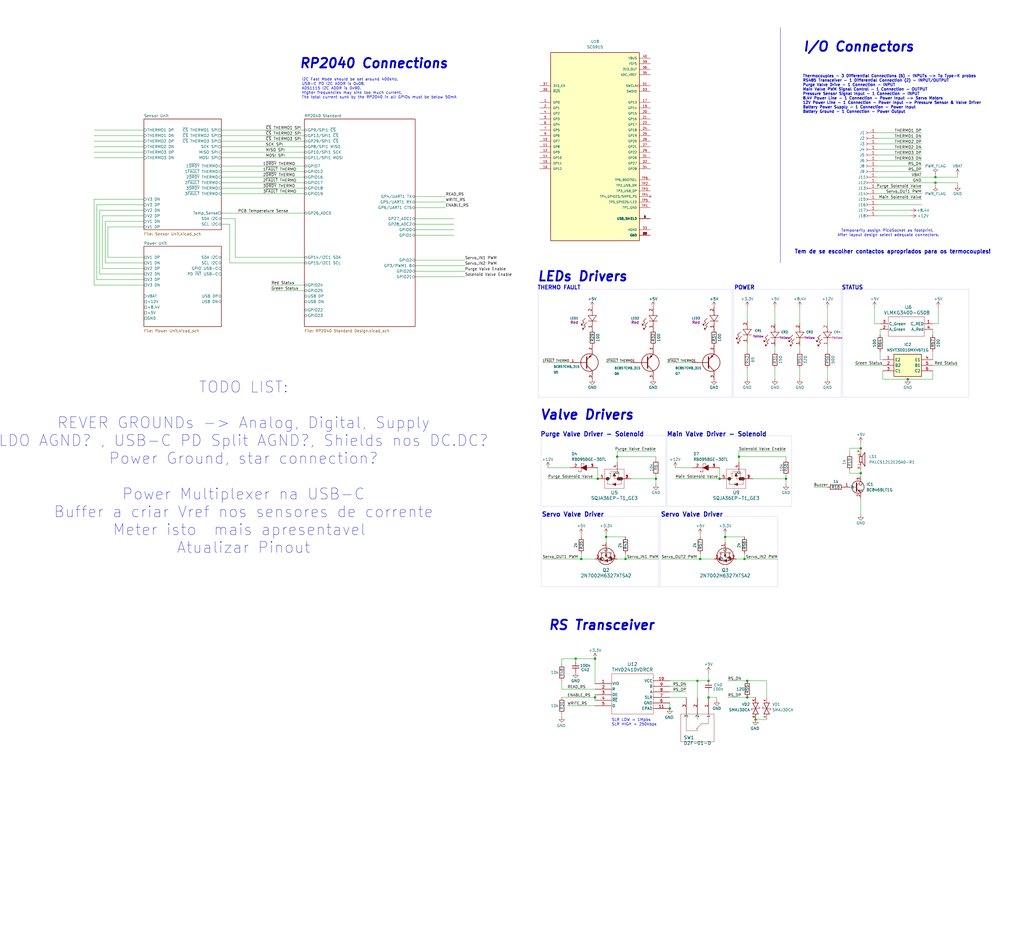
<source format=kicad_sch>
(kicad_sch (version 20250114) (generator "eeschema") (generator_version "9.0")
  (paper "User" 469.9 431.8)
  (title_block (title "Temperature & Valve Control System") (date "2025-02-20") (company "Porto Space Team") (comment 1 "Miguel Amorim") (comment 2 "Miguel Leite") (comment 3 "Rafael Novais") (comment 4 "Teresa Monteiro"))
  (rectangle (start 386.715 132.715) (end 444.5 182.245) (stroke (width 0) (type dot)))
  (rectangle (start 306.07 200.025) (end 363.22 232.41) (stroke (width 0) (type dot)))
  (rectangle (start 302.895 236.855) (end 356.87 269.24) (stroke (width 0) (type dot)))
  (rectangle (start 336.55 132.715) (end 386.08 182.245) (stroke (width 0) (type dot)))
  (rectangle (start 248.285 200.025) (end 305.435 232.41) (stroke (width 0) (type dot)))
  (rectangle (start 247.015 132.715) (end 335.915 182.245) (stroke (width 0) (type dot)))
  (rectangle (start 248.285 236.855) (end 302.26 269.24) (stroke (width 0) (type dot)))
  (text "RS Transceiver" (at 251.46 287.02 0) (effects (font (size 4.318 4.318) (thickness 0.8636) (bold yes) (italic yes)) (justify left)))
  (text "Servo Valve Driver" (at 262.89 236.22 0) (effects (font (size 2.032 2.032) (thickness 0.4064) (bold yes))))
  (text "RP2040 Connections" (at 137.16 29.21 0) (effects (font (size 4.318 4.318) (thickness 0.8636) (bold yes) (italic yes)) (justify left)))
  (text "POWER" (at 341.63 132.08 0) (effects (font (size 1.778 1.778) (thickness 0.3556) (bold yes))))
  (text "I2C Fast Mode should be set around 400kHz.\nUSB-C PD I2C ADDR is 0x08.\nADS1115 I2C ADDR is 0x90.\nHigher frequencies may sink too much current.\nThe total current sunk by the RP2040 in all GPIOs must be below 50mA" (at 138.43 40.64 0) (effects (font (size 1.27 1.27)) (justify left)))
  (text "Tem de se escolher contactos apropriados para os termocouples!" (at 364.49 115.57 0) (effects (font (size 1.778 1.778) (thickness 0.3556) (bold yes)) (justify left)))
  (text "Valve Drivers" (at 247.65 190.5 0) (effects (font (size 4.318 4.318) (thickness 0.8636) (bold yes) (italic yes)) (justify left)))
  (text "Temporarily assign PicoSocket as footprint. \nAfter layout design select adequate connectors.\n " (at 407.67 107.95 0) (effects (font (size 1.27 1.27))))
  (text "LEDs Drivers" (at 246.38 127 0) (effects (font (size 4.318 4.318) (thickness 0.8636) (bold yes) (italic yes)) (justify left)))
  (text "SLR LOW = 1Mpbs\nSLR HIGH = 250kbps\n" (at 280.67 331.47 0) (effects (font (size 1.27 1.27)) (justify left)))
  (text "THERMO FAULT" (at 256.54 132.08 0) (effects (font (size 1.778 1.778) (thickness 0.3556) (bold yes))))
  (text "TODO LIST:\n\nREVER GROUNDs -> Analog, Digital, Supply\nLDO AGND? , USB-C PD Split AGND?, Shields nos DC.DC?\nPower Ground, star connection?\n\nPower Multiplexer na USB-C\nBuffer a criar Vref nos sensores de corrente\nMeter isto  mais apresentavel \nAtualizar Pinout" (at 111.76 214.63 0) (effects (font (size 5.08 5.08))))
  (text "Purge Valve Driver - Solenoid" (at 271.78 199.39 0) (effects (font (size 2.032 2.032) (thickness 0.4064) (bold yes))))
  (text "STATUS" (at 391.16 132.08 0) (effects (font (size 1.778 1.778) (thickness 0.3556) (bold yes))))
  (text "Main Valve Driver - Solenoid" (at 328.93 199.39 0) (effects (font (size 2.032 2.032) (thickness 0.4064) (bold yes))))
  (text "Servo Valve Driver" (at 317.5 236.22 0) (effects (font (size 2.032 2.032) (thickness 0.4064) (bold yes))))
  (text "Thermocouples - 3 Differential Connections (6) - INPUTs -> To Type-K probes\nRS485 Transceiver - 1 Differential Connection (2) - INPUT/OUTPUT \nPurge Valve Drive - 1 Connection - INPUT\nMain Valve PWM Signal Control - 1 Connection - OUTPUT\nPressure Sensor Signal Input - 1 Connection - INPUT\n8.4V Power Line - 1 Connection - Power Input -> Servo Motors\n12V Power Line - 1 Connection - Power Input -> Pressure Sensor & Valve Driver\nBattery Power Supply - 1 Connection - Power Input\nBattery Ground - 1 Connection - Power Output" (at 368.3 43.18 0) (effects (font (size 1.27 1.27) (thickness 0.254) (bold yes)) (justify left)))
  (text "I/O Connectors" (at 368.3 21.59 0) (effects (font (size 4.318 4.318) (thickness 0.8636) (bold yes) (italic yes)) (justify left)))
  (junction (at 273.05 320.04))
  (junction (at 300.99 219.71))
  (junction (at 274.32 219.71))
  (junction (at 394.97 205.74))
  (junction (at 429.26 83.82))
  (junction (at 325.12 320.04))
  (junction (at 360.68 219.71))
  (junction (at 321.31 256.54))
  (junction (at 278.13 246.38))
  (junction (at 325.12 312.42))
  (junction (at 264.16 302.26))
  (junction (at 320.04 312.42))
  (junction (at 429.26 81.28))
  (junction (at 394.97 217.17))
  (junction (at 339.09 209.55))
  (junction (at 416.56 173.99))
  (junction (at 332.74 246.38))
  (junction (at 330.2 219.71))
  (junction (at 287.02 256.54))
  (junction (at 283.21 209.55))
  (junction (at 346.71 330.2))
  (junction (at 273.05 302.26))
  (junction (at 342.9 320.04))
  (junction (at 307.34 325.12))
  (junction (at 342.9 312.42))
  (junction (at 266.7 256.54))
  (junction (at 341.63 256.54))
  (wire (pts (xy 402.59 91.44) (xy 422.91 91.44)))
  (wire (pts (xy 346.71 330.2) (xy 351.79 330.2)))
  (wire (pts (xy 401.32 148.59) (xy 403.86 148.59)))
  (wire (pts (xy 389.89 215.9) (xy 389.89 217.17)))
  (wire (pts (xy 278.13 246.38) (xy 278.13 248.92)))
  (wire (pts (xy 392.43 167.64) (xy 405.13 167.64)))
  (wire (pts (xy 360.68 207.01) (xy 339.09 207.01)))
  (wire (pts (xy 278.13 246.38) (xy 287.02 246.38)))
  (wire (pts (xy 101.6 102.87) (xy 105.41 102.87)))
  (wire (pts (xy 389.89 208.28) (xy 389.89 205.74)))
  (wire (pts (xy 208.28 105.41) (xy 190.5 105.41)))
  (wire (pts (xy 101.6 64.77) (xy 139.7 64.77)))
  (wire (pts (xy 264.16 302.26) (xy 264.16 303.53)))
  (wire (pts (xy 107.95 118.11) (xy 139.7 118.11)))
  (wire (pts (xy 307.34 312.42) (xy 320.04 312.42)))
  (wire (pts (xy 44.45 93.98) (xy 66.04 93.98)))
  (wire (pts (xy 403.86 151.13) (xy 403.86 153.67)))
  (wire (pts (xy 300.99 218.44) (xy 300.99 219.71)))
  (wire (pts (xy 402.59 93.98) (xy 422.91 93.98)))
  (wire (pts (xy 402.59 88.9) (xy 422.91 88.9)))
  (wire (pts (xy 427.99 167.64) (xy 439.42 167.64)))
  (wire (pts (xy 66.04 104.14) (xy 49.53 104.14)))
  (wire (pts (xy 283.21 209.55) (xy 283.21 212.09)))
  (wire (pts (xy 430.53 140.97) (xy 430.53 148.59)))
  (wire (pts (xy 264.16 302.26) (xy 273.05 302.26)))
  (wire (pts (xy 303.53 256.54) (xy 321.31 256.54)))
  (wire (pts (xy 46.99 99.06) (xy 66.04 99.06)))
  (wire (pts (xy 66.04 123.19) (xy 46.99 123.19)))
  (wire (pts (xy 403.86 165.1) (xy 405.13 165.1)))
  (wire (pts (xy 48.26 120.65) (xy 48.26 101.6)))
  (wire (pts (xy 334.01 320.04) (xy 342.9 320.04)))
  (wire (pts (xy 321.31 256.54) (xy 327.66 256.54)))
  (wire (pts (xy 360.68 219.71) (xy 360.68 222.25)))
  (wire (pts (xy 342.9 157.48) (xy 342.9 161.29)))
  (wire (pts (xy 287.02 254) (xy 287.02 256.54)))
  (wire (pts (xy 283.21 209.55) (xy 300.99 209.55)))
  (wire (pts (xy 405.13 173.99) (xy 416.56 173.99)))
  (wire (pts (xy 287.02 256.54) (xy 302.26 256.54)))
  (wire (pts (xy 101.6 100.33) (xy 107.95 100.33)))
  (wire (pts (xy 307.34 317.5) (xy 314.96 317.5)))
  (wire (pts (xy 66.04 91.44) (xy 43.18 91.44)))
  (wire (pts (xy 389.89 217.17) (xy 394.97 217.17)))
  (wire (pts (xy 345.44 219.71) (xy 360.68 219.71)))
  (wire (pts (xy 101.6 69.85) (xy 139.7 69.85)))
  (wire (pts (xy 266.7 254) (xy 266.7 256.54)))
  (wire (pts (xy 43.18 59.69) (xy 66.04 59.69)))
  (wire (pts (xy 337.82 256.54) (xy 341.63 256.54)))
  (wire (pts (xy 300.99 209.55) (xy 300.99 210.82)))
  (wire (pts (xy 394.97 215.9) (xy 394.97 217.17)))
  (wire (pts (xy 190.5 119.38) (xy 213.36 119.38)))
  (wire (pts (xy 402.59 99.06) (xy 417.83 99.06)))
  (wire (pts (xy 101.6 83.82) (xy 139.7 83.82)))
  (wire (pts (xy 355.6 158.75) (xy 355.6 161.29)))
  (wire (pts (xy 273.05 302.26) (xy 273.05 313.69)))
  (wire (pts (xy 427.99 151.13) (xy 427.99 153.67)))
  (wire (pts (xy 427.99 161.29) (xy 427.99 165.1)))
  (wire (pts (xy 422.91 60.96) (xy 402.59 60.96)))
  (wire (pts (xy 342.9 168.91) (xy 342.9 173.99)))
  (wire (pts (xy 309.88 219.71) (xy 330.2 219.71)))
  (wire (pts (xy 289.56 219.71) (xy 300.99 219.71)))
  (wire (pts (xy 355.6 140.97) (xy 355.6 148.59)))
  (wire (pts (xy 278.13 166.37) (xy 289.56 166.37)))
  (wire (pts (xy 46.99 123.19) (xy 46.99 99.06)))
  (wire (pts (xy 328.93 320.04) (xy 328.93 321.31)))
  (wire (pts (xy 43.18 64.77) (xy 66.04 64.77)))
  (wire (pts (xy 260.35 323.85) (xy 273.05 323.85)))
  (wire (pts (xy 213.36 121.92) (xy 190.5 121.92)))
  (wire (pts (xy 325.12 308.61) (xy 325.12 312.42)))
  (wire (pts (xy 283.21 256.54) (xy 287.02 256.54)))
  (wire (pts (xy 278.13 245.11) (xy 278.13 246.38)))
  (wire (pts (xy 402.59 76.2) (xy 422.91 76.2)))
  (wire (pts (xy 101.6 97.79) (xy 139.7 97.79)))
  (wire (pts (xy 257.81 316.23) (xy 273.05 316.23)))
  (wire (pts (xy 101.6 78.74) (xy 139.7 78.74)))
  (wire (pts (xy 306.07 166.37) (xy 317.5 166.37)))
  (wire (pts (xy 416.56 173.99) (xy 427.99 173.99)))
  (wire (pts (xy 45.72 125.73) (xy 45.72 96.52)))
  (wire (pts (xy 422.91 68.58) (xy 402.59 68.58)))
  (wire (pts (xy 101.6 59.69) (xy 139.7 59.69)))
  (wire (pts (xy 439.42 80.01) (xy 439.42 81.28)))
  (wire (pts (xy 101.6 88.9) (xy 139.7 88.9)))
  (wire (pts (xy 43.18 62.23) (xy 66.04 62.23)))
  (wire (pts (xy 339.09 207.01) (xy 339.09 209.55)))
  (wire (pts (xy 321.31 245.11) (xy 321.31 246.38)))
  (wire (pts (xy 429.26 83.82) (xy 429.26 85.09)))
  (wire (pts (xy 139.7 133.35) (xy 124.46 133.35)))
  (wire (pts (xy 330.2 219.71) (xy 330.2 214.63)))
  (wire (pts (xy 355.6 168.91) (xy 355.6 173.99)))
  (wire (pts (xy 394.97 217.17) (xy 394.97 218.44)))
  (wire (pts (xy 379.73 173.99) (xy 379.73 168.91)))
  (wire (pts (xy 251.46 214.63) (xy 261.62 214.63)))
  (wire (pts (xy 427.99 173.99) (xy 427.99 170.18)))
  (wire (pts (xy 320.04 312.42) (xy 325.12 312.42)))
  (wire (pts (xy 320.04 312.42) (xy 320.04 320.04)))
  (wire (pts (xy 190.5 92.71) (xy 204.47 92.71)))
  (wire (pts (xy 325.12 320.04) (xy 328.93 320.04)))
  (wire (pts (xy 257.81 302.26) (xy 257.81 304.8)))
  (wire (pts (xy 394.97 228.6) (xy 394.97 236.22)))
  (wire (pts (xy 342.9 140.97) (xy 342.9 147.32)))
  (wire (pts (xy 190.5 100.33) (xy 208.28 100.33)))
  (wire (pts (xy 334.01 312.42) (xy 342.9 312.42)))
  (wire (pts (xy 307.34 320.04) (xy 314.96 320.04)))
  (wire (pts (xy 360.68 209.55) (xy 360.68 210.82)))
  (wire (pts (xy 107.95 100.33) (xy 107.95 118.11)))
  (wire (pts (xy 403.86 161.29) (xy 403.86 165.1)))
  (wire (pts (xy 273.05 318.77) (xy 273.05 320.04)))
  (wire (pts (xy 367.03 158.75) (xy 367.03 161.29)))
  (wire (pts (xy 332.74 245.11) (xy 332.74 246.38)))
  (wire (pts (xy 402.59 86.36) (xy 422.91 86.36)))
  (wire (pts (xy 379.73 158.75) (xy 379.73 161.29)))
  (wire (pts (xy 213.36 124.46) (xy 190.5 124.46)))
  (wire (pts (xy 101.6 81.28) (xy 139.7 81.28)))
  (wire (pts (xy 273.05 320.04) (xy 273.05 321.31)))
  (wire (pts (xy 402.59 78.74) (xy 422.91 78.74)))
  (wire (pts (xy 105.41 120.65) (xy 139.7 120.65)))
  (wire (pts (xy 283.21 207.01) (xy 283.21 209.55)))
  (wire (pts (xy 105.41 102.87) (xy 105.41 120.65)))
  (wire (pts (xy 43.18 69.85) (xy 66.04 69.85)))
  (wire (pts (xy 251.46 219.71) (xy 274.32 219.71)))
  (wire (pts (xy 213.36 127) (xy 190.5 127)))
  (wire (pts (xy 139.7 130.81) (xy 124.46 130.81)))
  (wire (pts (xy 257.81 327.66) (xy 257.81 328.93)))
  (wire (pts (xy 101.6 62.23) (xy 139.7 62.23)))
  (wire (pts (xy 341.63 256.54) (xy 356.87 256.54)))
  (wire (pts (xy 309.88 214.63) (xy 317.5 214.63)))
  (wire (pts (xy 367.03 168.91) (xy 367.03 173.99)))
  (wire (pts (xy 257.81 320.04) (xy 273.05 320.04)))
  (wire (pts (xy 339.09 209.55) (xy 339.09 212.09)))
  (wire (pts (xy 66.04 125.73) (xy 45.72 125.73)))
  (wire (pts (xy 342.9 320.04) (xy 346.71 320.04)))
  (wire (pts (xy 379.73 140.97) (xy 379.73 148.59)))
  (wire (pts (xy 43.18 72.39) (xy 66.04 72.39)))
  (wire (pts (xy 43.18 67.31) (xy 66.04 67.31)))
  (wire (pts (xy 300.99 207.01) (xy 283.21 207.01)))
  (wire (pts (xy 367.03 140.97) (xy 367.03 148.59)))
  (wire (pts (xy 422.91 63.5) (xy 402.59 63.5)))
  (wire (pts (xy 402.59 81.28) (xy 429.26 81.28)))
  (wire (pts (xy 360.68 218.44) (xy 360.68 219.71)))
  (wire (pts (xy 429.26 81.28) (xy 439.42 81.28)))
  (wire (pts (xy 190.5 102.87) (xy 208.28 102.87)))
  (wire (pts (xy 190.5 107.95) (xy 208.28 107.95)))
  (wire (pts (xy 49.53 118.11) (xy 66.04 118.11)))
  (wire (pts (xy 422.91 66.04) (xy 402.59 66.04)))
  (wire (pts (xy 101.6 86.36) (xy 139.7 86.36)))
  (wire (pts (xy 300.99 219.71) (xy 300.99 222.25)))
  (wire (pts (xy 401.32 140.97) (xy 401.32 148.59)))
  (wire (pts (xy 266.7 245.11) (xy 266.7 246.38)))
  (wire (pts (xy 45.72 96.52) (xy 66.04 96.52)))
  (wire (pts (xy 307.34 322.58) (xy 307.34 325.12)))
  (wire (pts (xy 257.81 312.42) (xy 257.81 316.23)))
  (wire (pts (xy 429.26 83.82) (xy 439.42 83.82)))
  (wire (pts (xy 341.63 254) (xy 341.63 256.54)))
  (wire (pts (xy 373.38 223.52) (xy 379.73 223.52)))
  (wire (pts (xy 48.26 101.6) (xy 66.04 101.6)))
  (wire (pts (xy 190.5 90.17) (xy 204.47 90.17)))
  (wire (pts (xy 101.6 72.39) (xy 139.7 72.39)))
  (wire (pts (xy 248.92 256.54) (xy 266.7 256.54)))
  (polyline (pts (xy 358.14 12.7) (xy 358.14 120.65)))
  (wire (pts (xy 394.97 203.2) (xy 394.97 205.74)))
  (wire (pts (xy 43.18 130.81) (xy 66.04 130.81)))
  (wire (pts (xy 274.32 219.71) (xy 274.32 214.63)))
  (wire (pts (xy 248.92 166.37) (xy 261.62 166.37)))
  (wire (pts (xy 325.12 317.5) (xy 325.12 320.04)))
  (wire (pts (xy 422.91 73.66) (xy 402.59 73.66)))
  (wire (pts (xy 49.53 104.14) (xy 49.53 118.11)))
  (wire (pts (xy 66.04 120.65) (xy 48.26 120.65)))
  (wire (pts (xy 402.59 83.82) (xy 429.26 83.82)))
  (wire (pts (xy 332.74 246.38) (xy 332.74 248.92)))
  (wire (pts (xy 204.47 95.25) (xy 190.5 95.25)))
  (wire (pts (xy 307.34 314.96) (xy 314.96 314.96)))
  (wire (pts (xy 351.79 312.42) (xy 351.79 320.04)))
  (wire (pts (xy 266.7 256.54) (xy 273.05 256.54)))
  (wire (pts (xy 43.18 91.44) (xy 43.18 130.81)))
  (wire (pts (xy 44.45 128.27) (xy 44.45 93.98)))
  (wire (pts (xy 389.89 205.74) (xy 394.97 205.74)))
  (wire (pts (xy 402.59 71.12) (xy 422.91 71.12)))
  (wire (pts (xy 439.42 83.82) (xy 439.42 85.09)))
  (wire (pts (xy 402.59 96.52) (xy 417.83 96.52)))
  (wire (pts (xy 342.9 312.42) (xy 351.79 312.42)))
  (wire (pts (xy 101.6 67.31) (xy 139.7 67.31)))
  (wire (pts (xy 429.26 80.01) (xy 429.26 81.28)))
  (wire (pts (xy 427.99 148.59) (xy 430.53 148.59)))
  (wire (pts (xy 257.81 302.26) (xy 264.16 302.26)))
  (wire (pts (xy 405.13 170.18) (xy 405.13 173.99)))
  (wire (pts (xy 339.09 209.55) (xy 360.68 209.55)))
  (wire (pts (xy 101.6 76.2) (xy 139.7 76.2)))
  (wire (pts (xy 321.31 254) (xy 321.31 256.54)))
  (wire (pts (xy 332.74 246.38) (xy 341.63 246.38)))
  (wire (pts (xy 66.04 128.27) (xy 44.45 128.27)))
  (label "Red Status" (at 124.46 130.81 0))
  (label "3~{DRDY} THERMO" (at 120.65 86.36 0))
  (label "ENABLE_RS" (at 260.35 320.04 0))
  (label "RS_DN" (at 334.01 312.42 0))
  (label "Servo_IN1 PWM" (at 302.26 256.54 180))
  (label "Servo_OUT1 PWM" (at 422.91 88.9 180))
  (label "Main Solenoid Valve" (at 309.88 219.71 0))
  (label "Servo_OUT1 PWM" (at 248.92 256.54 0))
  (label "WRITE_RS" (at 260.35 323.85 0))
  (label "THERMO1 DP" (at 422.91 60.96 180))
  (label "~{CS} THERMO2 SPI" (at 121.92 62.23 0))
  (label "PCB Temperature Sense" (at 109.22 97.79 0))
  (label "Purge Solenoid Valve" (at 422.91 86.36 180))
  (label "Solenoid Valve Enable" (at 213.36 127 0))
  (label "MOSI SPI" (at 121.92 72.39 0))
  (label "~{CS} THERMO3 SPI" (at 121.92 64.77 0))
  (label "RS_DN" (at 314.96 314.96 180))
  (label "RS_DP" (at 314.96 317.5 180))
  (label "READ_RS" (at 260.35 316.23 0))
  (label "Main Solenoid Valve" (at 422.91 91.44 180))
  (label "RS_DN" (at 422.91 76.2 180))
  (label "Solenoid Valve Enable" (at 360.68 207.01 180))
  (label "RS_DP" (at 334.01 320.04 0))
  (label "3~{FAULT} THERMO" (at 120.65 88.9 0))
  (label "THERMO2 DP" (at 422.91 66.04 180))
  (label "MISO SPI" (at 121.92 69.85 0))
  (label "Purge Solenoid Valve" (at 251.46 219.71 0))
  (label "SCK SPI" (at 121.92 67.31 0))
  (label "READ_RS" (at 204.47 90.17 0))
  (label "Purge Valve Enable" (at 213.36 124.46 0))
  (label "THERMO3 DN" (at 422.91 73.66 180))
  (label "Purge Valve Enable" (at 300.99 207.01 180))
  (label "ENABLE_RS" (at 204.47 95.25 0))
  (label "Red Status" (at 439.42 167.64 180))
  (label "Servo_IN2 PWM" (at 213.36 121.92 0))
  (label "Servo_IN2 PWM" (at 356.87 256.54 180))
  (label "Green Status" (at 124.46 133.35 0))
  (label "Servo_IN1 PWM" (at 213.36 119.38 0))
  (label "2~{DRDY} THERMO" (at 120.65 81.28 0))
  (label "1~{DRDY} THERMO" (at 120.65 76.2 0))
  (label "Servo_OUT2 PWM" (at 303.53 256.54 0))
  (label "GND" (at 422.91 83.82 180))
  (label "THERMO3 DP" (at 422.91 71.12 180))
  (label "Green Status" (at 392.43 167.64 0))
  (label "~{CS} THERMO1 SPI" (at 121.92 59.69 0))
  (label "VBAT" (at 422.91 81.28 180))
  (label "WRITE_RS" (at 204.47 92.71 0))
  (label "1~{FAULT} THERMO" (at 248.92 166.37 0) (effects (font (size 1.016 1.016))))
  (label "2~{FAULT} THERMO" (at 278.13 166.37 0) (effects (font (size 1.016 1.016))))
  (label "RS_DP" (at 422.91 78.74 180))
  (label "2~{FAULT} THERMO" (at 120.65 83.82 0))
  (label "Buzzer" (at 373.38 223.52 0))
  (label "THERMO1 DN" (at 422.91 63.5 180))
  (label "3~{FAULT} THERMO" (at 306.07 166.37 0) (effects (font (size 1.016 1.016))))
  (label "1~{FAULT} THERMO" (at 120.65 78.74 0))
  (label "THERMO2 DN" (at 422.91 68.58 180))
  (symbol (lib_id "VLMS1500-GS08:VLMS1500-GS08") (at 271.78 140.97 90) (mirror x) (unit 1)
    (property "Reference" "LED1" (at 265.43 146.0499 90) (effects (font (size 1.016 1.016)) (justify left)))
    (property "Value" "VLMS1500-GS08" (effects (hide yes)))
    (property "Footprint" "LED-Red_VLMS1500-GS08:LED_00-GS08_VIS_RED" (effects (hide yes)))
    (property "Datasheet" "VLMS1500-GS08" (effects (hide yes)))
    (property "Description" "Red" (at 263.525 147.955 90))
  )
  (symbol (lib_id "power:GND") (at 299.72 173.99 0) (unit 1)
    (property "Reference" "#PWR0112" (effects (hide yes)))
    (property "Value" "GND" (at 299.72 177.8 0))
    (property "Description" "Power symbol creates a global label with name \"GND\" , ground" (effects (hide yes)))
  )
  (symbol (lib_id "power:GND") (at 355.6 173.99 0) (unit 1)
    (property "Reference" "#PWR080" (effects (hide yes)))
    (property "Value" "GND" (at 355.6 177.8 0))
    (property "Description" "Power symbol creates a global label with name \"GND\" , ground" (effects (hide yes)))
  )
  (symbol (lib_id "SC0915:SC0915") (at 273.05 67.31 0) (unit 1)
    (property "Reference" "U18" (at 273.05 19.05 0))
    (property "Value" "SC0915" (at 273.05 21.59 0))
    (property "Footprint" "SC0915 (RP2040):MODULE_SC0915" (effects (hide yes)))
    (property "MF" "Raspberry Pi" (effects (hide yes)))
    (property "Description_1" "Raspberry Pi Pico Embedded Dev Module | Raspberry Pi SC0915" (effects (hide yes)))
    (property "Package" "None" (effects (hide yes)))
    (property "Price" "None" (effects (hide yes)))
    (property "Check_prices" "https://www.snapeda.com/parts/SC0915/Raspberry+Pi/view-part/?ref=eda" (effects (hide yes)))
    (property "STANDARD" "Manufacturer Recommendations" (effects (hide yes)))
    (property "PARTREV" "1.9" (effects (hide yes)))
    (property "SnapEDA_Link" "https://www.snapeda.com/parts/SC0915/Raspberry+Pi/view-part/?ref=snap" (effects (hide yes)))
    (property "MP" "SC0915" (effects (hide yes)))
    (property "MANUFACTURER" "Pi Supply" (effects (hide yes)))
    (property "Availability" "In Stock" (effects (hide yes)))
    (property "SNAPEDA_PN" "SC0915" (effects (hide yes)))
  )
  (symbol (lib_id "Device:R") (at 342.9 316.23 0) (unit 1)
    (property "Reference" "R55" (at 342.9 318.135 90) (effects (justify left)))
    (property "Value" "120" (at 337.82 316.23 0) (effects (justify left)))
    (property "Footprint" "Resistor-0603:RES_0603" (effects (hide yes)))
    (property "Description" "Resistor" (effects (hide yes)))
  )
  (symbol (lib_id "PKLCS1212E20A0-R1:PKLCS1212E20A0-R1") (at 394.97 210.82 0) (unit 1)
    (property "Reference" "LS1" (at 398.78 209.5499 0) (effects (justify left)))
    (property "Value" "PKLCS1212E20A0-R1" (at 398.78 212.0899 0) (effects (justify left)))
    (property "Footprint" "PKLCS1212E20A0-R1:PKLCS1212E20A0-R1" (effects (hide yes)))
    (property "MF" "Murata" (effects (hide yes)))
    (property "MAXIMUM_PACKAGE_HEIGHT" "3.0 mm" (effects (hide yes)))
    (property "Package" "SMD-2 Murata" (effects (hide yes)))
    (property "Price" "None" (effects (hide yes)))
    (property "Check_prices" "https://www.snapeda.com/parts/PKLCS1212E20A0-R1/Murata/view-part/?ref=eda" (effects (hide yes)))
    (property "STANDARD" "Manufacturer Recommendations" (effects (hide yes)))
    (property "PARTREV" "January 22, 2018" (effects (hide yes)))
    (property "SnapEDA_Link" "https://www.snapeda.com/parts/PKLCS1212E20A0-R1/Murata/view-part/?ref=snap" (effects (hide yes)))
    (property "MP" "PKLCS1212E20A0-R1" (effects (hide yes)))
    (property "Description_1" "Buzzers Transducer, Externally Driven Piezo 1.5 V - 2kHz 70dB @ 1.5V, 10cm Surface Mount Solder Pads" (effects (hide yes)))
    (property "Availability" "In Stock" (effects (hide yes)))
    (property "MANUFACTURER" "Murata Electronics" (effects (hide yes)))
  )
  (symbol (lib_id "power:+5V") (at 325.12 308.61 0) (unit 1)
    (property "Reference" "#PWR032" (effects (hide yes)))
    (property "Value" "+5V" (at 325.12 304.8 0))
    (property "Description" "Power symbol creates a global label with name \"+5V\"" (effects (hide yes)))
  )
  (symbol (lib_id "power:PWR_FLAG") (at 429.26 85.09 180) (unit 1)
    (property "Reference" "#FLG03" (effects (hide yes)))
    (property "Value" "PWR_FLAG" (at 429.26 88.9 0))
    (property "Description" "Special symbol for telling ERC where power comes from" (effects (hide yes)))
  )
  (symbol (lib_id "power:GND") (at 346.71 330.2 0) (unit 1)
    (property "Reference" "#PWR038" (effects (hide yes)))
    (property "Value" "GND" (at 346.456 334.264 0))
    (property "Description" "Power symbol creates a global label with name \"GND\" , ground" (effects (hide yes)))
  )
  (symbol (lib_id "power:GND") (at 307.34 325.12 0) (unit 1)
    (property "Reference" "#PWR031" (effects (hide yes)))
    (property "Value" "GND" (at 307.086 329.184 0))
    (property "Description" "Power symbol creates a global label with name \"GND\" , ground" (effects (hide yes)))
  )
  (symbol (lib_id "power:+3.3V") (at 278.13 245.11 0) (unit 1)
    (property "Reference" "#PWR090" (effects (hide yes)))
    (property "Value" "+3.3V" (at 278.13 241.3 0))
    (property "Description" "Power symbol creates a global label with name \"+3.3V\"" (effects (hide yes)))
  )
  (symbol (lib_id "power:PWR_FLAG") (at 429.26 80.01 0) (unit 1)
    (property "Reference" "#FLG01" (effects (hide yes)))
    (property "Value" "PWR_FLAG" (at 429.26 76.2 0))
    (property "Description" "Special symbol for telling ERC where power comes from" (effects (hide yes)))
  )
  (symbol (lib_id "power:+3.3V") (at 342.9 140.97 0) (unit 1)
    (property "Reference" "#PWR0103" (effects (hide yes)))
    (property "Value" "+3.3V" (at 342.9 137.16 0))
    (property "Description" "Power symbol creates a global label with name \"+3.3V\"" (effects (hide yes)))
  )
  (symbol (lib_id "Device:R") (at 299.72 154.94 180) (unit 1)
    (property "Reference" "R32" (at 299.72 156.845 90) (effects (justify right)))
    (property "Value" "100" (at 302.26 156.845 90) (effects (justify right)))
    (property "Footprint" "Resistor-0402:RES_0402" (effects (hide yes)))
    (property "Description" "Resistor" (effects (hide yes)))
  )
  (symbol (lib_id "Connector:Conn_01x01_Socket") (at 397.51 99.06 180) (unit 1)
    (property "Reference" "J18" (at 395.605 99.06 0))
    (property "Value" "Conn_01x01_Socket" (effects (hide yes)))
    (property "Footprint" "Pico_Conn1x1:Pico_01pin" (effects (hide yes)))
    (property "Description" "Generic connector, single row, 01x01, script generated" (effects (hide yes)))
  )
  (symbol (lib_id "Device:R") (at 266.7 250.19 0) (unit 1)
    (property "Reference" "R35" (at 266.7 252.095 90) (effects (justify left)))
    (property "Value" "2k" (at 264.16 251.46 90) (effects (justify left)))
    (property "Footprint" "Resistor-0402:RES_0402" (effects (hide yes)))
    (property "Description" "Resistor" (effects (hide yes)))
  )
  (symbol (lib_id "Device:R") (at 403.86 157.48 0) (unit 1)
    (property "Reference" "R64" (at 403.86 155.575 90) (effects (justify right)))
    (property "Value" "100" (at 401.32 155.575 90) (effects (justify right)))
    (property "Footprint" "Resistor-0402:RES_0402" (effects (hide yes)))
    (property "Description" "Resistor" (effects (hide yes)))
  )
  (symbol (lib_id "Device:R") (at 383.54 223.52 270) (unit 1)
    (property "Reference" "R18" (at 385.445 223.52 90) (effects (justify right)))
    (property "Value" "1k" (at 384.81 220.98 90) (effects (justify right)))
    (property "Footprint" "Resistor-0402:RES_0402" (effects (hide yes)))
    (property "Description" "Resistor" (effects (hide yes)))
  )
  (symbol (lib_id "Connector:Conn_01x01_Socket") (at 397.51 71.12 180) (unit 1)
    (property "Reference" "J5" (at 395.605 71.12 0))
    (property "Value" "Conn_01x01_Socket" (effects (hide yes)))
    (property "Footprint" "Pico_Conn1x1:Pico_01pin" (effects (hide yes)))
    (property "Description" "Generic connector, single row, 01x01, script generated" (effects (hide yes)))
  )
  (symbol (lib_id "power:GND") (at 416.56 173.99 0) (unit 1)
    (property "Reference" "#PWR0129" (effects (hide yes)))
    (property "Value" "GND" (at 416.56 177.8 0))
    (property "Description" "Power symbol creates a global label with name \"GND\" , ground" (effects (hide yes)))
  )
  (symbol (lib_id "power:+5V") (at 271.78 140.97 0) (unit 1)
    (property "Reference" "#PWR039" (effects (hide yes)))
    (property "Value" "+5V" (at 271.78 137.16 0))
    (property "Description" "Power symbol creates a global label with name \"+5V\"" (effects (hide yes)))
  )
  (symbol (lib_id "BC857CMB_315:BC857CMB_315") (at 299.72 166.37 0) (mirror x) (unit 1)
    (property "Reference" "Q6" (at 281.94 171.45 0) (effects (font (size 1.016 1.016)) (justify left)))
    (property "Value" "BC857CMB_315" (at 281.94 168.91 0) (effects (font (size 1.016 1.016)) (justify left)))
    (property "Footprint" "PNP_BC857CMB_315:TRANS_PMZB550UNEYL" (effects (hide yes)))
  )
  (symbol (lib_id "Device:R") (at 379.73 165.1 180) (unit 1)
    (property "Reference" "R56" (at 379.73 167.005 90) (effects (justify right)))
    (property "Value" "500" (at 382.27 167.005 90) (effects (justify right)))
    (property "Footprint" "Resistor-0402:RES_0402" (effects (hide yes)))
    (property "Description" "Resistor" (effects (hide yes)))
  )
  (symbol (lib_id "Connector:Conn_01x01_Socket") (at 397.51 88.9 180) (unit 1)
    (property "Reference" "J14" (at 395.605 88.9 0))
    (property "Value" "Conn_01x01_Socket" (effects (hide yes)))
    (property "Footprint" "Pico_Conn1x1:Pico_01pin" (effects (hide yes)))
    (property "Description" "Generic connector, single row, 01x01, script generated" (effects (hide yes)))
  )
  (symbol (lib_id "power:+24V") (at 417.83 96.52 270) (unit 1)
    (property "Reference" "#PWR072" (effects (hide yes)))
    (property "Value" "+8.4V" (at 423.545 96.52 90))
    (property "Description" "Power symbol creates a global label with name \"+24V\"" (effects (hide yes)))
  )
  (symbol (lib_id "Device:R") (at 342.9 165.1 180) (unit 1)
    (property "Reference" "R42" (at 342.9 167.005 90) (effects (justify right)))
    (property "Value" "65" (at 345.44 166.37 90) (effects (justify right)))
    (property "Footprint" "Resistor-0402:RES_0402" (effects (hide yes)))
    (property "Description" "Resistor" (effects (hide yes)))
  )
  (symbol (lib_id "BC846BLT1G:BC846BLT1G") (at 387.35 223.52 0) (unit 1)
    (property "Reference" "IC1" (at 397.51 222.2499 0) (effects (justify left)))
    (property "Value" "BC846BLT1G" (at 397.51 224.7899 0) (effects (justify left)))
    (property "Footprint" "BJT NPN:SOT96P237X111-3N" (effects (hide yes)))
    (property "Datasheet" "https://www.onsemi.com/pub/Collateral/BC846ALT1-D.PDF" (effects (hide yes)))
    (property "Description" "Moisture Sensitivity Level: 1; ESD Rating - Human Body Model: >4000 V ESD Rating - Machine Model: >400 V; Pb-Free Packages are Available; S Prefix for Automotive and Other Applications Requiring Unique Site and Control Change Requirements; AEC-Q101 Qualified and PPAP Capable" (effects (hide yes)))
    (property "Height" "1.11" (effects (hide yes)))
    (property "Mouser Part Number" "863-BC846BLT1G" (effects (hide yes)))
    (property "Mouser Price/Stock" "https://www.mouser.co.uk/ProductDetail/onsemi/BC846BLT1G?qs=vNc2DXHODiJuwwGLruzsRg%3D%3D" (effects (hide yes)))
    (property "Manufacturer_Name" "onsemi" (effects (hide yes)))
    (property "Manufacturer_Part_Number" "BC846BLT1G" (effects (hide yes)))
  )
  (symbol (lib_id "power:VBUS") (at 439.42 80.01 0) (unit 1)
    (property "Reference" "#PWR0125" (effects (hide yes)))
    (property "Value" "VBAT" (at 439.42 76.2 0))
    (property "Description" "Power symbol creates a global label with name \"VBUS\"" (effects (hide yes)))
  )
  (symbol (lib_id "power:+24V") (at 417.83 99.06 270) (unit 1)
    (property "Reference" "#PWR0111" (effects (hide yes)))
    (property "Value" "+12V" (at 423.545 99.06 90))
    (property "Description" "Power symbol creates a global label with name \"+24V\"" (effects (hide yes)))
  )
  (symbol (lib_id "power:+5V") (at 266.7 245.11 0) (unit 1)
    (property "Reference" "#PWR073" (effects (hide yes)))
    (property "Value" "+5V" (at 266.7 241.3 0))
    (property "Description" "Power symbol creates a global label with name \"+5V\"" (effects (hide yes)))
  )
  (symbol (lib_id "power:GND") (at 342.9 173.99 0) (unit 1)
    (property "Reference" "#PWR098" (effects (hide yes)))
    (property "Value" "GND" (at 342.9 177.8 0))
    (property "Description" "Power symbol creates a global label with name \"GND\" , ground" (effects (hide yes)))
  )
  (symbol (lib_id "Device:R") (at 389.89 212.09 0) (unit 1)
    (property "Reference" "R19" (at 389.89 210.185 90) (effects (justify right)))
    (property "Value" "1k" (at 387.35 210.82 90) (effects (justify right)))
    (property "Footprint" "Resistor-0402:RES_0402" (effects (hide yes)))
    (property "Description" "Resistor" (effects (hide yes)))
  )
  (symbol (lib_id "Connector:Conn_01x01_Socket") (at 397.51 93.98 180) (unit 1)
    (property "Reference" "J16" (at 395.605 93.98 0))
    (property "Value" "Conn_01x01_Socket" (effects (hide yes)))
    (property "Footprint" "Pico_Conn1x1:Pico_01pin" (effects (hide yes)))
    (property "Description" "Generic connector, single row, 01x01, script generated" (effects (hide yes)))
  )
  (symbol (lib_id "Connector:Conn_01x01_Socket") (at 397.51 81.28 180) (unit 1)
    (property "Reference" "J11" (at 395.605 81.28 0))
    (property "Value" "Conn_01x01_Socket" (effects (hide yes)))
    (property "Footprint" "Pico_Conn1x1:Pico_01pin" (effects (hide yes)))
    (property "Description" "Generic connector, single row, 01x01, script generated" (effects (hide yes)))
  )
  (symbol (lib_id "power:GND") (at 328.93 321.31 0) (unit 1)
    (property "Reference" "#PWR033" (effects (hide yes)))
    (property "Value" "GND" (at 328.93 325.12 0))
    (property "Description" "Power symbol creates a global label with name \"GND\" , ground" (effects (hide yes)))
  )
  (symbol (lib_id "Device:R") (at 367.03 165.1 180) (unit 1)
    (property "Reference" "R54" (at 367.03 167.005 90) (effects (justify right)))
    (property "Value" "320" (at 369.57 167.005 90) (effects (justify right)))
    (property "Footprint" "Resistor-0402:RES_0402" (effects (hide yes)))
    (property "Description" "Resistor" (effects (hide yes)))
  )
  (symbol (lib_id "THVD2410VDRCR:THVD2410VDRCR") (at 284.48 316.23 0) (unit 1)
    (property "Reference" "U12" (at 290.195 304.8 0) (effects (font (size 1.524 1.524))))
    (property "Value" "THVD2410VDRCR" (at 290.195 307.34 0) (effects (font (size 1.524 1.524))))
    (property "Footprint" "VSON10_DRC_TEX" (effects (hide yes)))
    (property "Datasheet" "THVD2410VDRCR" (effects (hide yes)))
  )
  (symbol (lib_id "VLMY1300-GS08:VLMY1300-GS08") (at 342.9 147.32 90) (mirror x) (unit 1)
    (property "Reference" "CR1" (at 347.98 151.765 90) (effects (font (size 1.016 1.016))))
    (property "Value" "VLMY1300-GS08" (effects (hide yes)))
    (property "Footprint" "LED-Yellow_VLMY1300-GS08:LED_VISHAY_VLMX1300_VIS" (effects (hide yes)))
    (property "Datasheet" "VLMY1300-GS08" (effects (hide yes)))
    (property "Description" "Yellow" (at 347.98 154.305 90) (effects (font (size 1.016 1.016))))
  )
  (symbol (lib_id "power:+12V") (at 379.73 140.97 0) (unit 1)
    (property "Reference" "#PWR0102" (effects (hide yes)))
    (property "Value" "+12V" (at 379.73 137.16 0))
    (property "Description" "Power symbol creates a global label with name \"+12V\"" (effects (hide yes)))
  )
  (symbol (lib_id "Device:R") (at 257.81 308.61 0) (unit 1)
    (property "Reference" "R48" (at 257.81 310.515 90) (effects (justify left)))
    (property "Value" "10k" (at 252.73 308.61 0) (effects (justify left)))
    (property "Footprint" "Resistor-0402:RES_0402" (effects (hide yes)))
    (property "Description" "Resistor" (effects (hide yes)))
  )
  (symbol (lib_id "power:+5V") (at 299.72 140.97 0) (unit 1)
    (property "Reference" "#PWR0101" (effects (hide yes)))
    (property "Value" "+5V" (at 299.72 137.16 0))
    (property "Description" "Power symbol creates a global label with name \"+5V\"" (effects (hide yes)))
  )
  (symbol (lib_id "Device:R") (at 257.81 323.85 0) (unit 1)
    (property "Reference" "R30" (at 257.81 325.755 90) (effects (justify left)))
    (property "Value" "10k" (at 252.73 323.85 0) (effects (justify left)))
    (property "Footprint" "Resistor-0402:RES_0402" (effects (hide yes)))
    (property "Description" "Resistor" (effects (hide yes)))
  )
  (symbol (lib_id "NSVT30010MXV6T1G:NSVT30010MXV6T1G") (at 405.13 165.1 0) (unit 1)
    (property "Reference" "IC2" (at 416.56 158.115 0))
    (property "Value" "NSVT30010MXV6T1G" (at 416.56 160.655 0))
    (property "Footprint" "2 PNP:SOT-563_1P3X1P7_ONS" (effects (hide yes)))
    (property "Datasheet" "https://www.onsemi.com/pub/Collateral/NST30010MXV6-D.PDF" (effects (hide yes)))
    (property "Description" "Current Gain Matching to 10%; Base-Emitter Voltage Matched to 2 mV; Drop-In Replacement for Standard Device; These are Pb-Free Devices; S and NSV Prefix for Automotive and Other Applications Requiring Unique Site and Control Change Requirements; AEC-Q101 Qualified and PPAP Capable" (effects (hide yes)))
    (property "Height" "0.6" (effects (hide yes)))
    (property "Mouser Part Number" "863-NSVT30010MXV6T1G" (effects (hide yes)))
    (property "Mouser Price/Stock" "https://www.mouser.co.uk/ProductDetail/onsemi/NSVT30010MXV6T1G?qs=dchgzKpACvKgapfe7pOinw%3D%3D" (effects (hide yes)))
    (property "Manufacturer_Name" "onsemi" (effects (hide yes)))
    (property "Manufacturer_Part_Number" "NSVT30010MXV6T1G" (effects (hide yes)))
  )
  (symbol (lib_id "Connector:Conn_01x01_Socket") (at 397.51 73.66 180) (unit 1)
    (property "Reference" "J6" (at 395.605 73.66 0))
    (property "Value" "Conn_01x01_Socket" (effects (hide yes)))
    (property "Footprint" "Pico_Conn1x1:Pico_01pin" (effects (hide yes)))
    (property "Description" "Generic connector, single row, 01x01, script generated" (effects (hide yes)))
  )
  (symbol (lib_id "power:+5V") (at 401.32 140.97 0) (unit 1)
    (property "Reference" "#PWR0127" (effects (hide yes)))
    (property "Value" "+5V" (at 401.32 137.16 0))
    (property "Description" "Power symbol creates a global label with name \"+5V\"" (effects (hide yes)))
  )
  (symbol (lib_id "power:GND") (at 379.73 173.99 0) (unit 1)
    (property "Reference" "#PWR0100" (effects (hide yes)))
    (property "Value" "GND" (at 379.73 177.8 0))
    (property "Description" "Power symbol creates a global label with name \"GND\" , ground" (effects (hide yes)))
  )
  (symbol (lib_id "Connector:Conn_01x01_Socket") (at 397.51 66.04 180) (unit 1)
    (property "Reference" "J3" (at 395.605 66.04 0))
    (property "Value" "Conn_01x01_Socket" (effects (hide yes)))
    (property "Footprint" "Pico_Conn1x1:Pico_01pin" (effects (hide yes)))
    (property "Description" "Generic connector, single row, 01x01, script generated" (effects (hide yes)))
  )
  (symbol (lib_id "SQJA36EP-T1-GE3:SQJA36EP-T1_GE3") (at 340.36 215.9 90) (mirror x) (unit 1)
    (property "Reference" "U9" (at 337.82 226.06 90) (effects (font (size 1.524 1.524))))
    (property "Value" "SQJA36EP-T1_GE3" (at 337.82 228.6 90) (effects (font (size 1.524 1.524))))
    (property "Footprint" "SQJA36EP-T1-GE3:PowerPAK_SO-8L_3_VIS" (effects (hide yes)))
    (property "Datasheet" "SQJA36EP-T1_GE3" (effects (hide yes)))
  )
  (symbol (lib_id "power:+12V") (at 309.88 214.63 0) (mirror y) (unit 1)
    (property "Reference" "#PWR0130" (effects (hide yes)))
    (property "Value" "+12V" (at 309.753 210.82 0))
    (property "Description" "Power symbol creates a global label with name \"+12V\"" (effects (hide yes)))
  )
  (symbol (lib_id "power:GND") (at 360.68 222.25 0) (mirror y) (unit 1)
    (property "Reference" "#PWR0131" (effects (hide yes)))
    (property "Value" "GND" (at 360.68 226.06 0))
    (property "Description" "Power symbol creates a global label with name \"GND\" , ground" (effects (hide yes)))
  )
  (symbol (lib_id "power:GND") (at 264.16 308.61 0) (unit 1)
    (property "Reference" "#PWR035" (effects (hide yes)))
    (property "Value" "GND" (at 264.16 312.42 0))
    (property "Description" "Power symbol creates a global label with name \"GND\" , ground" (effects (hide yes)))
  )
  (symbol (lib_id "SMAJ30CA:SMAJ30CA") (at 351.79 326.39 90) (unit 1)
    (property "Reference" "VD1" (at 354.33 323.215 90) (effects (justify right)))
    (property "Value" "SMAJ30CA" (at 354.33 325.755 90) (effects (justify right)))
    (property "MF" "Littelfuse" (effects (hide yes)))
    (property "Description_1" "Diode TVS Bi-Dir 30V 400W DO214AC | Littelfuse SMAJ30CA" (effects (hide yes)))
    (property "Package" "DO-214 Bourns" (effects (hide yes)))
    (property "Price" "None" (effects (hide yes)))
    (property "SnapEDA_Link" "https://www.snapeda.com/parts/SMAJ30CA/Littelfuse/view-part/?ref=snap" (effects (hide yes)))
    (property "MP" "SMAJ30CA" (effects (hide yes)))
    (property "Availability" "In Stock" (effects (hide yes)))
    (property "Check_prices" "https://www.snapeda.com/parts/SMAJ30CA/Littelfuse/view-part/?ref=eda" (effects (hide yes)))
  )
  (symbol (lib_id "power:GND") (at 300.99 222.25 0) (mirror y) (unit 1)
    (property "Reference" "#PWR013" (effects (hide yes)))
    (property "Value" "GND" (at 300.99 226.06 0))
    (property "Description" "Power symbol creates a global label with name \"GND\" , ground" (effects (hide yes)))
  )
  (symbol (lib_id "Device:C_Small") (at 325.12 314.96 0) (unit 1)
    (property "Reference" "C40" (at 329.565 314.325 0))
    (property "Value" "100n" (at 329.565 316.23 0))
    (property "Footprint" "Capacitor-0402:Capacitor_0402" (effects (hide yes)))
    (property "Description" "Unpolarized capacitor, small symbol" (effects (hide yes)))
  )
  (symbol (lib_id "NMOS_2N7002:2N7002H6327XTSA2") (at 332.74 248.92 90) (mirror x) (unit 1)
    (property "Reference" "Q3" (at 332.74 261.62 90) (effects (font (size 1.524 1.524))))
    (property "Value" "2N7002H6327XTSA2" (at 332.74 264.16 90) (effects (font (size 1.524 1.524))))
    (property "Footprint" "NMOS_2N7002:PG-SOT23-3-5_INF_MIN" (effects (hide yes)))
    (property "Datasheet" "2N7002H6327XTSA2" (effects (hide yes)))
  )
  (symbol (lib_id "VLMS1500-GS08:VLMS1500-GS08") (at 299.72 140.97 90) (mirror x) (unit 1)
    (property "Reference" "LED2" (at 293.37 146.0499 90) (effects (font (size 1.016 1.016)) (justify left)))
    (property "Value" "VLMS1500-GS08" (effects (hide yes)))
    (property "Footprint" "LED-Red_VLMS1500-GS08:LED_00-GS08_VIS_RED" (effects (hide yes)))
    (property "Datasheet" "VLMS1500-GS08" (effects (hide yes)))
    (property "Description" "Red" (at 291.465 147.955 90))
  )
  (symbol (lib_id "power:GND") (at 394.97 236.22 0) (unit 1)
    (property "Reference" "#PWR023" (effects (hide yes)))
    (property "Value" "GND" (at 394.97 240.03 0))
    (property "Description" "Power symbol creates a global label with name \"GND\" , ground" (effects (hide yes)))
  )
  (symbol (lib_id "power:+5V") (at 367.03 140.97 0) (unit 1)
    (property "Reference" "#PWR088" (effects (hide yes)))
    (property "Value" "+8.4V" (at 367.03 137.16 0))
    (property "Description" "Power symbol creates a global label with name \"+5V\"" (effects (hide yes)))
  )
  (symbol (lib_id "BC857CMB_315:BC857CMB_315") (at 271.78 166.37 0) (mirror x) (unit 1)
    (property "Reference" "Q5" (at 254 170.815 0) (effects (font (size 1.016 1.016)) (justify left)))
    (property "Value" "BC857CMB_315" (at 254 168.275 0) (effects (font (size 1.016 1.016)) (justify left)))
    (property "Footprint" "PNP_BC857CMB_315:TRANS_PMZB550UNEYL" (effects (hide yes)))
  )
  (symbol (lib_id "NMOS_2N7002:2N7002H6327XTSA2") (at 278.13 248.92 90) (mirror x) (unit 1)
    (property "Reference" "Q2" (at 278.13 261.62 90) (effects (font (size 1.524 1.524))))
    (property "Value" "2N7002H6327XTSA2" (at 278.13 264.16 90) (effects (font (size 1.524 1.524))))
    (property "Footprint" "NMOS_2N7002:PG-SOT23-3-5_INF_MIN" (effects (hide yes)))
    (property "Datasheet" "2N7002H6327XTSA2" (effects (hide yes)))
  )
  (symbol (lib_id "power:GND") (at 439.42 85.09 0) (unit 1)
    (property "Reference" "#PWR0126" (effects (hide yes)))
    (property "Value" "GND" (at 439.42 88.9 0))
    (property "Description" "Power symbol creates a global label with name \"GND\" , ground" (effects (hide yes)))
  )
  (symbol (lib_id "power:+3.3V") (at 332.74 245.11 0) (unit 1)
    (property "Reference" "#PWR0157" (effects (hide yes)))
    (property "Value" "+3.3V" (at 332.74 241.3 0))
    (property "Description" "Power symbol creates a global label with name \"+3.3V\"" (effects (hide yes)))
  )
  (symbol (lib_id "Switch_D2F-01:D2F-01-D") (at 325.12 320.04 270) (unit 1)
    (property "Reference" "SW1" (at 313.69 338.455 90) (effects (font (size 1.524 1.524)) (justify left)))
    (property "Value" "D2F-01-D" (at 313.69 340.995 90) (effects (font (size 1.524 1.524)) (justify left)))
    (property "Footprint" "D2F-01-D_OMR" (effects (hide yes)))
    (property "Datasheet" "D2F-01-D" (effects (hide yes)))
  )
  (symbol (lib_id "Connector:Conn_01x01_Socket") (at 397.51 91.44 180) (unit 1)
    (property "Reference" "J15" (at 395.605 91.44 0))
    (property "Value" "Conn_01x01_Socket" (effects (hide yes)))
    (property "Footprint" "Pico_Conn1x1:Pico_01pin" (effects (hide yes)))
    (property "Description" "Generic connector, single row, 01x01, script generated" (effects (hide yes)))
  )
  (symbol (lib_id "Device:R") (at 287.02 250.19 0) (unit 1)
    (property "Reference" "R43" (at 287.02 252.095 90) (effects (justify left)))
    (property "Value" "2k" (at 284.48 251.46 90) (effects (justify left)))
    (property "Footprint" "Resistor-0402:RES_0402" (effects (hide yes)))
    (property "Description" "Resistor" (effects (hide yes)))
  )
  (symbol (lib_id "RB095BGE-30TL:RB095BGE-30TL") (at 330.2 214.63 180) (unit 1)
    (property "Reference" "D7" (at 318.135 208.28 0) (effects (justify right)))
    (property "Value" "RB095BGE-30TL" (at 318.135 210.82 0) (effects (justify right)))
    (property "Footprint" "SchottkyDiode-RB095BGE:RD3P175SNFRATL" (effects (hide yes)))
    (property "Datasheet" "https://fscdn.rohm.com/en/products/databook/datasheet/discrete/diode/schottky_barrier/rb095bge-30tl-e.pdf" (effects (hide yes)))
    (property "Description" "ROHM 35V 6A, Dual Diode, 3-Pin DPAK RB095BGE-30TL" (effects (hide yes)))
    (property "Mouser Part Number" "755-RB095BGE-30TL" (effects (hide yes)))
    (property "Mouser Price/Stock" "https://www.mouser.co.uk/ProductDetail/ROHM-Semiconductor/RB095BGE-30TL?qs=gTYE2QTfZfT0xMzgoJJZow%3D%3D" (effects (hide yes)))
    (property "Manufacturer_Name" "ROHM Semiconductor" (effects (hide yes)))
    (property "Manufacturer_Part_Number" "RB095BGE-30TL" (effects (hide yes)))
  )
  (symbol (lib_id "Device:R") (at 271.78 154.94 180) (unit 1)
    (property "Reference" "R29" (at 271.78 156.845 90) (effects (justify right)))
    (property "Value" "100" (at 274.32 156.845 90) (effects (justify right)))
    (property "Footprint" "Resistor-0402:RES_0402" (effects (hide yes)))
    (property "Description" "Resistor" (effects (hide yes)))
  )
  (symbol (lib_id "power:+3.3V") (at 273.05 302.26 0) (unit 1)
    (property "Reference" "#PWR0109" (effects (hide yes)))
    (property "Value" "+3.3V" (at 273.05 298.45 0))
    (property "Description" "Power symbol creates a global label with name \"+3.3V\"" (effects (hide yes)))
  )
  (symbol (lib_id "power:+5V") (at 327.66 140.97 0) (unit 1)
    (property "Reference" "#PWR0121" (effects (hide yes)))
    (property "Value" "+5V" (at 327.66 137.16 0))
    (property "Description" "Power symbol creates a global label with name \"+5V\"" (effects (hide yes)))
  )
  (symbol (lib_id "SMAJ30CA:SMAJ30CA") (at 346.71 326.39 270) (mirror x) (unit 1)
    (property "Reference" "VD2" (at 344.17 323.215 90) (effects (justify right)))
    (property "Value" "SMAJ30CA" (at 344.17 325.755 90) (effects (justify right)))
    (property "MF" "Littelfuse" (effects (hide yes)))
    (property "Description_1" "Diode TVS Bi-Dir 30V 400W DO214AC | Littelfuse SMAJ30CA" (effects (hide yes)))
    (property "Package" "DO-214 Bourns" (effects (hide yes)))
    (property "Price" "None" (effects (hide yes)))
    (property "SnapEDA_Link" "https://www.snapeda.com/parts/SMAJ30CA/Littelfuse/view-part/?ref=snap" (effects (hide yes)))
    (property "MP" "SMAJ30CA" (effects (hide yes)))
    (property "Availability" "In Stock" (effects (hide yes)))
    (property "Check_prices" "https://www.snapeda.com/parts/SMAJ30CA/Littelfuse/view-part/?ref=eda" (effects (hide yes)))
  )
  (symbol (lib_id "power:+5V") (at 430.53 140.97 0) (unit 1)
    (property "Reference" "#PWR0128" (effects (hide yes)))
    (property "Value" "+5V" (at 430.53 137.16 0))
    (property "Description" "Power symbol creates a global label with name \"+5V\"" (effects (hide yes)))
  )
  (symbol (lib_id "Device:R") (at 341.63 250.19 0) (unit 1)
    (property "Reference" "R58" (at 341.63 252.095 90) (effects (justify left)))
    (property "Value" "2k" (at 339.09 251.46 90) (effects (justify left)))
    (property "Footprint" "Resistor-0402:RES_0402" (effects (hide yes)))
    (property "Description" "Resistor" (effects (hide yes)))
  )
  (symbol (lib_id "power:GND") (at 367.03 173.99 0) (unit 1)
    (property "Reference" "#PWR099" (effects (hide yes)))
    (property "Value" "GND" (at 367.03 177.8 0))
    (property "Description" "Power symbol creates a global label with name \"GND\" , ground" (effects (hide yes)))
  )
  (symbol (lib_id "Device:R") (at 327.66 154.94 180) (unit 1)
    (property "Reference" "R34" (at 327.66 156.845 90) (effects (justify right)))
    (property "Value" "100" (at 330.2 156.845 90) (effects (justify right)))
    (property "Footprint" "Resistor-0402:RES_0402" (effects (hide yes)))
    (property "Description" "Resistor" (effects (hide yes)))
  )
  (symbol (lib_id "Device:R") (at 427.99 157.48 180) (unit 1)
    (property "Reference" "R67" (at 427.99 159.385 90) (effects (justify right)))
    (property "Value" "100" (at 430.53 159.385 90) (effects (justify right)))
    (property "Footprint" "Resistor-0402:RES_0402" (effects (hide yes)))
    (property "Description" "Resistor" (effects (hide yes)))
  )
  (symbol (lib_id "Connector:Conn_01x01_Socket") (at 397.51 78.74 180) (unit 1)
    (property "Reference" "J9" (at 395.605 78.74 0))
    (property "Value" "Conn_01x01_Socket" (effects (hide yes)))
    (property "Footprint" "Pico_Conn1x1:Pico_01pin" (effects (hide yes)))
    (property "Description" "Generic connector, single row, 01x01, script generated" (effects (hide yes)))
  )
  (symbol (lib_id "power:+5V") (at 355.6 140.97 0) (unit 1)
    (property "Reference" "#PWR068" (effects (hide yes)))
    (property "Value" "+5V" (at 355.6 137.16 0))
    (property "Description" "Power symbol creates a global label with name \"+5V\"" (effects (hide yes)))
  )
  (symbol (lib_id "power:+5V") (at 394.97 203.2 0) (unit 1)
    (property "Reference" "#PWR021" (effects (hide yes)))
    (property "Value" "+5V" (at 394.97 199.39 0))
    (property "Description" "Power symbol creates a global label with name \"+5V\"" (effects (hide yes)))
  )
  (symbol (lib_id "SQJA36EP-T1-GE3:SQJA36EP-T1_GE3") (at 284.48 215.9 90) (mirror x) (unit 1)
    (property "Reference" "U5" (at 281.94 226.06 90) (effects (font (size 1.524 1.524))))
    (property "Value" "SQJA36EP-T1_GE3" (at 281.94 228.6 90) (effects (font (size 1.524 1.524))))
    (property "Footprint" "SQJA36EP-T1-GE3:PowerPAK_SO-8L_3_VIS" (effects (hide yes)))
    (property "Datasheet" "SQJA36EP-T1_GE3" (effects (hide yes)))
  )
  (symbol (lib_id "VLMY1300-GS08:VLMY1300-GS08") (at 379.73 148.59 90) (mirror x) (unit 1)
    (property "Reference" "CR4" (at 384.175 152.4 90) (effects (font (size 1.016 1.016))))
    (property "Value" "VLMY1300-GS08" (effects (hide yes)))
    (property "Footprint" "LED-Yellow_VLMY1300-GS08:LED_VISHAY_VLMX1300_VIS" (effects (hide yes)))
    (property "Datasheet" "VLMY1300-GS08" (effects (hide yes)))
    (property "Description" "Yellow" (at 384.175 154.94 90) (effects (font (size 1.016 1.016))))
  )
  (symbol (lib_id "Device:R") (at 360.68 214.63 0) (mirror y) (unit 1)
    (property "Reference" "R68" (at 360.68 216.535 90) (effects (justify left)))
    (property "Value" "10k" (at 358.648 216.408 90) (effects (justify left)))
    (property "Footprint" "Resistor-0402:RES_0402" (effects (hide yes)))
    (property "Description" "Resistor" (effects (hide yes)))
  )
  (symbol (lib_id "Device:R") (at 321.31 250.19 0) (unit 1)
    (property "Reference" "R57" (at 321.31 252.095 90) (effects (justify left)))
    (property "Value" "2k" (at 318.77 251.46 90) (effects (justify left)))
    (property "Footprint" "Resistor-0402:RES_0402" (effects (hide yes)))
    (property "Description" "Resistor" (effects (hide yes)))
  )
  (symbol (lib_id "VLMY1300-GS08:VLMY1300-GS08") (at 367.03 148.59 90) (mirror x) (unit 1)
    (property "Reference" "CR3" (at 371.475 152.4 90) (effects (font (size 1.016 1.016))))
    (property "Value" "VLMY1300-GS08" (effects (hide yes)))
    (property "Footprint" "LED-Yellow_VLMY1300-GS08:LED_VISHAY_VLMX1300_VIS" (effects (hide yes)))
    (property "Datasheet" "VLMY1300-GS08" (effects (hide yes)))
    (property "Description" "Yellow" (at 371.475 154.94 90) (effects (font (size 1.016 1.016))))
  )
  (symbol (lib_id "Connector:Conn_01x01_Socket") (at 397.51 96.52 180) (unit 1)
    (property "Reference" "J17" (at 395.605 96.52 0))
    (property "Value" "Conn_01x01_Socket" (effects (hide yes)))
    (property "Footprint" "Pico_Conn1x1:Pico_01pin" (effects (hide yes)))
    (property "Description" "Generic connector, single row, 01x01, script generated" (effects (hide yes)))
  )
  (symbol (lib_id "Connector:Conn_01x01_Socket") (at 397.51 83.82 180) (unit 1)
    (property "Reference" "J12" (at 395.605 83.82 0))
    (property "Value" "Conn_01x01_Socket" (effects (hide yes)))
    (property "Footprint" "Pico_Conn1x1:Pico_01pin" (effects (hide yes)))
    (property "Description" "Generic connector, single row, 01x01, script generated" (effects (hide yes)))
  )
  (symbol (lib_id "power:GND") (at 271.78 173.99 0) (unit 1)
    (property "Reference" "#PWR089" (effects (hide yes)))
    (property "Value" "GND" (at 271.78 177.8 0))
    (property "Description" "Power symbol creates a global label with name \"GND\" , ground" (effects (hide yes)))
  )
  (symbol (lib_id "Connector:Conn_01x01_Socket") (at 397.51 76.2 180) (unit 1)
    (property "Reference" "J8" (at 395.605 76.2 0))
    (property "Value" "Conn_01x01_Socket" (effects (hide yes)))
    (property "Footprint" "Pico_Conn1x1:Pico_01pin" (effects (hide yes)))
    (property "Description" "Generic connector, single row, 01x01, script generated" (effects (hide yes)))
  )
  (symbol (lib_id "BC857CMB_315:BC857CMB_315") (at 327.66 166.37 0) (mirror x) (unit 1)
    (property "Reference" "Q7" (at 309.88 171.45 0) (effects (font (size 1.016 1.016)) (justify left)))
    (property "Value" "BC857CMB_315" (at 309.88 168.91 0) (effects (font (size 1.016 1.016)) (justify left)))
    (property "Footprint" "PNP_BC857CMB_315:TRANS_PMZB550UNEYL" (effects (hide yes)))
  )
  (symbol (lib_id "Connector:Conn_01x01_Socket") (at 397.51 86.36 180) (unit 1)
    (property "Reference" "J13" (at 395.605 86.36 0))
    (property "Value" "Conn_01x01_Socket" (effects (hide yes)))
    (property "Footprint" "Pico_Conn1x1:Pico_01pin" (effects (hide yes)))
    (property "Description" "Generic connector, single row, 01x01, script generated" (effects (hide yes)))
  )
  (symbol (lib_id "power:GND") (at 327.66 173.99 0) (unit 1)
    (property "Reference" "#PWR0122" (effects (hide yes)))
    (property "Value" "GND" (at 327.66 177.8 0))
    (property "Description" "Power symbol creates a global label with name \"GND\" , ground" (effects (hide yes)))
  )
  (symbol (lib_id "Connector:Conn_01x01_Socket") (at 397.51 60.96 180) (unit 1)
    (property "Reference" "J1" (at 395.605 60.96 0))
    (property "Value" "Conn_01x01_Socket" (effects (hide yes)))
    (property "Footprint" "Pico_Conn1x1:Pico_01pin" (effects (hide yes)))
    (property "Description" "Generic connector, single row, 01x01, script generated" (effects (hide yes)))
  )
  (symbol (lib_id "VLMY1300-GS08:VLMY1300-GS08") (at 355.6 148.59 90) (mirror x) (unit 1)
    (property "Reference" "CR2" (at 360.045 152.4 90) (effects (font (size 1.016 1.016))))
    (property "Value" "VLMY1300-GS08" (effects (hide yes)))
    (property "Footprint" "LED-Yellow_VLMY1300-GS08:LED_VISHAY_VLMX1300_VIS" (effects (hide yes)))
    (property "Datasheet" "VLMY1300-GS08" (effects (hide yes)))
    (property "Description" "Yellow" (at 360.045 154.94 90) (effects (font (size 1.016 1.016))))
  )
  (symbol (lib_id "VLMKG3400-GS08:VLMKG3400-GS08") (at 431.8 151.13 180) (unit 1)
    (property "Reference" "U6" (at 418.465 140.97 0) (effects (font (size 1.524 1.524)) (justify left)))
    (property "Value" "VLMKG3400-GS08" (at 426.72 143.51 0) (effects (font (size 1.524 1.524)) (justify left)))
    (property "Footprint" "VLMKG3400-GS08:SMT_00-GS08_VIS" (effects (hide yes)))
    (property "Datasheet" "VLMKG3400-GS08" (effects (hide yes)))
  )
  (symbol (lib_id "RB095BGE-30TL:RB095BGE-30TL") (at 274.32 214.63 180) (unit 1)
    (property "Reference" "D4" (at 262.255 208.28 0) (effects (justify right)))
    (property "Value" "RB095BGE-30TL" (at 262.255 210.82 0) (effects (justify right)))
    (property "Footprint" "SchottkyDiode-RB095BGE:RD3P175SNFRATL" (effects (hide yes)))
    (property "Datasheet" "https://fscdn.rohm.com/en/products/databook/datasheet/discrete/diode/schottky_barrier/rb095bge-30tl-e.pdf" (effects (hide yes)))
    (property "Description" "ROHM 35V 6A, Dual Diode, 3-Pin DPAK RB095BGE-30TL" (effects (hide yes)))
    (property "Mouser Part Number" "755-RB095BGE-30TL" (effects (hide yes)))
    (property "Mouser Price/Stock" "https://www.mouser.co.uk/ProductDetail/ROHM-Semiconductor/RB095BGE-30TL?qs=gTYE2QTfZfT0xMzgoJJZow%3D%3D" (effects (hide yes)))
    (property "Manufacturer_Name" "ROHM Semiconductor" (effects (hide yes)))
    (property "Manufacturer_Part_Number" "RB095BGE-30TL" (effects (hide yes)))
  )
  (symbol (lib_id "Device:R") (at 300.99 214.63 0) (mirror y) (unit 1)
    (property "Reference" "R6" (at 300.99 215.9 90) (effects (justify left)))
    (property "Value" "10k" (at 298.958 216.408 90) (effects (justify left)))
    (property "Footprint" "Resistor-0402:RES_0402" (effects (hide yes)))
    (property "Description" "Resistor" (effects (hide yes)))
  )
  (symbol (lib_id "Device:R") (at 355.6 165.1 180) (unit 1)
    (property "Reference" "R31" (at 355.6 167.005 90) (effects (justify right)))
    (property "Value" "150" (at 358.14 167.005 90) (effects (justify right)))
    (property "Footprint" "Resistor-0402:RES_0402" (effects (hide yes)))
    (property "Description" "Resistor" (effects (hide yes)))
  )
  (symbol (lib_id "VLMS1500-GS08:VLMS1500-GS08") (at 327.66 140.97 90) (mirror x) (unit 1)
    (property "Reference" "LED3" (at 321.31 146.0499 90) (effects (font (size 1.016 1.016)) (justify left)))
    (property "Value" "VLMS1500-GS08" (effects (hide yes)))
    (property "Footprint" "LED-Red_VLMS1500-GS08:LED_00-GS08_VIS_RED" (effects (hide yes)))
    (property "Datasheet" "VLMS1500-GS08" (effects (hide yes)))
    (property "Description" "Red" (at 319.405 147.955 90))
  )
  (symbol (lib_id "Connector:Conn_01x01_Socket") (at 397.51 68.58 180) (unit 1)
    (property "Reference" "J4" (at 395.605 68.58 0))
    (property "Value" "Conn_01x01_Socket" (effects (hide yes)))
    (property "Footprint" "Pico_Conn1x1:Pico_01pin" (effects (hide yes)))
    (property "Description" "Generic connector, single row, 01x01, script generated" (effects (hide yes)))
  )
  (symbol (lib_id "power:GND") (at 257.81 328.93 0) (unit 1)
    (property "Reference" "#PWR036" (effects (hide yes)))
    (property "Value" "GND" (at 257.556 332.994 0))
    (property "Description" "Power symbol creates a global label with name \"GND\" , ground" (effects (hide yes)))
  )
  (symbol (lib_id "Device:C_Small") (at 264.16 306.07 0) (mirror x) (unit 1)
    (property "Reference" "C42" (at 268.605 307.34 0))
    (property "Value" "100n" (at 268.605 305.435 0))
    (property "Footprint" "Capacitor-0402:Capacitor_0402" (effects (hide yes)))
    (property "Description" "Unpolarized capacitor, small symbol" (effects (hide yes)))
  )
  (symbol (lib_id "Connector:Conn_01x01_Socket") (at 397.51 63.5 180) (unit 1)
    (property "Reference" "J2" (at 395.605 63.5 0))
    (property "Value" "Conn_01x01_Socket" (effects (hide yes)))
    (property "Footprint" "Pico_Conn1x1:Pico_01pin" (effects (hide yes)))
    (property "Description" "Generic connector, single row, 01x01, script generated" (effects (hide yes)))
  )
  (symbol (lib_id "power:+5V") (at 321.31 245.11 0) (unit 1)
    (property "Reference" "#PWR0117" (effects (hide yes)))
    (property "Value" "+5V" (at 321.31 241.3 0))
    (property "Description" "Power symbol creates a global label with name \"+5V\"" (effects (hide yes)))
  )
  (symbol (lib_id "power:+12V") (at 251.46 214.63 0) (mirror y) (unit 1)
    (property "Reference" "#PWR016" (effects (hide yes)))
    (property "Value" "+12V" (at 251.333 210.82 0))
    (property "Description" "Power symbol creates a global label with name \"+12V\"" (effects (hide yes)))
  )
  (sheet (at 139.7 54.61) (size 50.8 95.25) (stroke (width 0.1524))
    (property "Sheetname" "RP2040 Standard" (at 139.7 53.8984 0) (effects (justify left bottom)))
    (property "Sheetfile" "RP2040 Standard Design.kicad_sch" (at 139.7 151.0796 0) (effects (justify left top)))
    (pin "GPIO20" bidirectional (at 190.5 124.46 0))
    (pin "GPIO16" bidirectional (at 139.7 81.28 180))
    (pin "GPIO18" bidirectional (at 139.7 86.36 180))
    (pin "GPIO19" bidirectional (at 139.7 88.9 180))
    (pin "GPIO24" bidirectional (at 139.7 130.81 180))
    (pin "GPIO22" bidirectional (at 139.7 142.24 180))
    (pin "GP26_ADC0" bidirectional (at 139.7 97.79 180))
    (pin "GP29{slash}SPI1 ~{CS}" bidirectional (at 139.7 64.77 180))
    (pin "GP27_ADC1" bidirectional (at 190.5 100.33 0))
    (pin "GP28_ADC2" bidirectional (at 190.5 102.87 0))
    (pin "GP13{slash}SPI1 ~{CS}" bidirectional (at 139.7 62.23 180))
    (pin "GP15{slash}I2C1 SCL" bidirectional (at 139.7 120.65 180))
    (pin "GPIO12" bidirectional (at 139.7 78.74 180))
    (pin "GP14{slash}I2C1 SDA" bidirectional (at 139.7 118.11 180))
    (pin "GPIO2" bidirectional (at 190.5 119.38 0))
    (pin "GP4{slash}UART1 TX" bidirectional (at 190.5 90.17 0))
    (pin "GP3{slash}PWM1 B" bidirectional (at 190.5 121.92 0))
    (pin "GPIO1" bidirectional (at 190.5 107.95 0))
    (pin "GPIO0" bidirectional (at 190.5 105.41 0))
    (pin "GP10{slash}SPI1 SCK" bidirectional (at 139.7 69.85 180))
    (pin "GPIO7" bidirectional (at 139.7 76.2 180))
    (pin "GP9{slash}SPI1 ~{CS}" bidirectional (at 139.7 59.69 180))
    (pin "GP8{slash}SPI1 MISO" bidirectional (at 139.7 67.31 180))
    (pin "GP6{slash}UART1 CTS" bidirectional (at 190.5 95.25 0))
    (pin "GP11{slash}SPI1 MOSI" bidirectional (at 139.7 72.39 180))
    (pin "GPIO17" bidirectional (at 139.7 83.82 180))
    (pin "GP5{slash}UART1 RX" bidirectional (at 190.5 92.71 0))
    (pin "GPIO21" bidirectional (at 190.5 127 0))
    (pin "GPIO23" bidirectional (at 139.7 144.78 180))
    (pin "GPIO25" bidirectional (at 139.7 133.35 180))
    (pin "USB DN" bidirectional (at 139.7 138.43 180))
    (pin "USB DP" bidirectional (at 139.7 135.89 180))
  )
  (sheet (at 66.04 113.03) (size 35.56 36.83) (stroke (width 0.1524))
    (property "Sheetname" "Power Unit" (at 66.04 112.395 0) (effects (justify left bottom)))
    (property "Sheetfile" "Power Unit.kicad_sch" (at 66.04 151.0796 0) (effects (justify left top)))
    (pin "VBAT" input (at 66.04 135.89 180))
    (pin "V3 DP" output (at 66.04 128.27 180))
    (pin "V1 DN" output (at 66.04 120.65 180))
    (pin "V3 DN" output (at 66.04 130.81 180))
    (pin "GND" output (at 66.04 146.05 180))
    (pin "V2 DP" output (at 66.04 123.19 180))
    (pin "USB DN" bidirectional (at 101.6 138.43 0))
    (pin "V2 DN" output (at 66.04 125.73 180))
    (pin "V1 DP" output (at 66.04 118.11 180))
    (pin "SDA I2C" bidirectional (at 101.6 118.11 0))
    (pin "GPIO USB-C" input (at 101.6 123.19 0))
    (pin "USB DP" bidirectional (at 101.6 135.89 0))
    (pin "PD ~{INT} USB-C" input (at 101.6 125.73 0))
    (pin "SCL I2C" bidirectional (at 101.6 120.65 0))
    (pin "+8.4V" output (at 66.04 140.97 180))
    (pin "+5V" output (at 66.04 143.51 180))
    (pin "+12V" output (at 66.04 138.43 180))
  )
  (sheet (at 66.04 54.61) (size 35.56 50.8) (stroke (width 0.1524))
    (property "Sheetname" "Sensor Unit" (at 66.04 53.8984 0) (effects (justify left bottom)))
    (property "Sheetfile" "Sensor Unit.kicad_sch" (at 66.04 106.6296 0) (effects (justify left top)))
    (pin "V1 DN" input (at 66.04 101.6 180))
    (pin "SDA I2C" bidirectional (at 101.6 100.33 0))
    (pin "SCL I2C" bidirectional (at 101.6 102.87 0))
    (pin "V1 DP" input (at 66.04 104.14 180))
    (pin "V3 DN" input (at 66.04 91.44 180))
    (pin "V2 DN" input (at 66.04 96.52 180))
    (pin "V3 DP" input (at 66.04 93.98 180))
    (pin "V2 DP" input (at 66.04 99.06 180))
    (pin "THERMO3 DN" input (at 66.04 72.39 180))
    (pin "THERMO2 DN" input (at 66.04 67.31 180))
    (pin "~{CS} THERMO1 SPI" output (at 101.6 59.69 0))
    (pin "THERMO3 DP" input (at 66.04 69.85 180))
    (pin "THERMO1 DP" input (at 66.04 59.69 180))
    (pin "SCK SPI" output (at 101.6 67.31 0))
    (pin "1~{DRDY} THERMO" input (at 101.6 76.2 0))
    (pin "2~{DRDY} THERMO" input (at 101.6 81.28 0))
    (pin "~{CS} THERMO2 SPI" output (at 101.6 62.23 0))
    (pin "3~{DRDY} THERMO" input (at 101.6 86.36 0))
    (pin "1~{FAULT} THERMO" input (at 101.6 78.74 0))
    (pin "MOSI SPI" output (at 101.6 72.39 0))
    (pin "3~{FAULT} THERMO" input (at 101.6 88.9 0))
    (pin "MISO SPI" input (at 101.6 69.85 0))
    (pin "~{CS} THERMO3 SPI" output (at 101.6 64.77 0))
    (pin "THERMO1 DN" input (at 66.04 62.23 180))
    (pin "2~{FAULT} THERMO" input (at 101.6 83.82 0))
    (pin "THERMO2 DP" input (at 66.04 64.77 180))
    (pin "Temp_Sense" output (at 101.6 97.79 0))
  )
)
</source>
